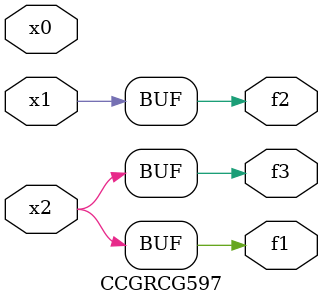
<source format=v>
module CCGRCG597(
	input x0, x1, x2,
	output f1, f2, f3
);
	assign f1 = x2;
	assign f2 = x1;
	assign f3 = x2;
endmodule

</source>
